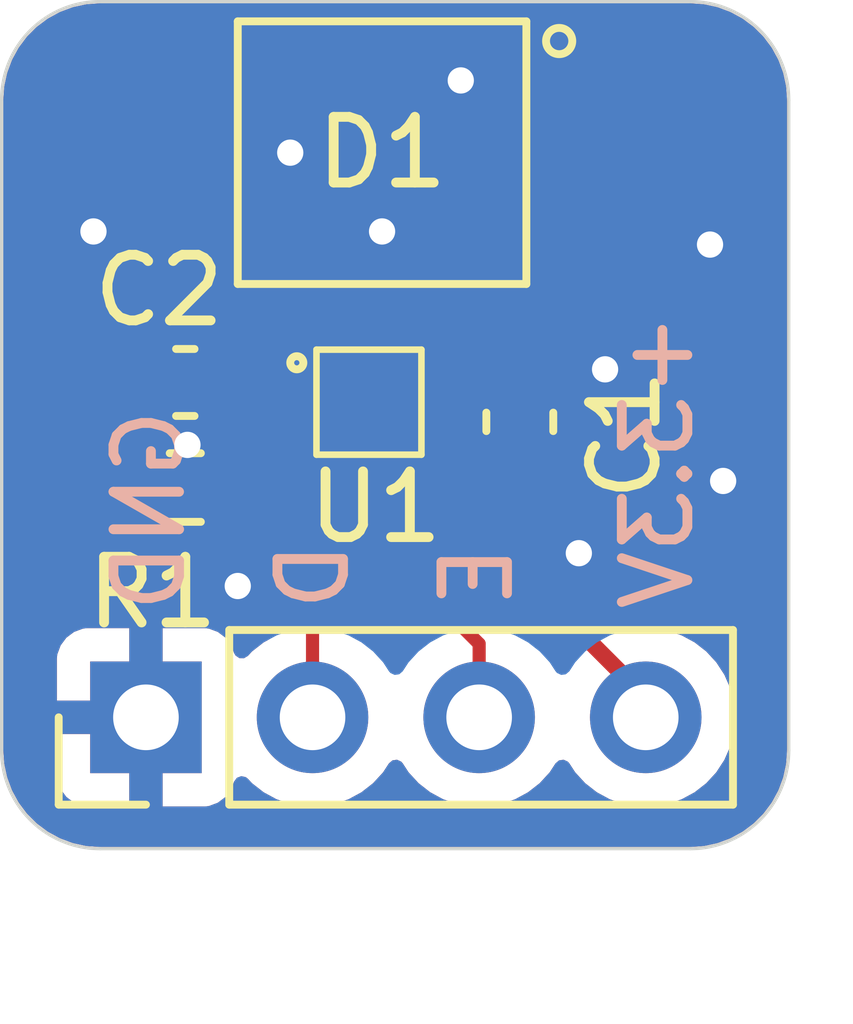
<source format=kicad_pcb>
(kicad_pcb (version 20240108) (generator "pcbnew") (generator_version "8.0")
  (layers (0 "F.Cu" signal) (31 "B.Cu" signal) (34 "B.Paste" user) (35 "F.Paste" user) (36 "B.SilkS" user "B.Silkscreen") (37 "F.SilkS" user "F.Silkscreen") (38 "B.Mask" user) (39 "F.Mask" user) (44 "Edge.Cuts" user))
  (net 0 "")
  (net 1 "GND")
  (net 2 "+3.3V")
  (net 3 "Net-(U1-AVDD)")
  (net 4 "Net-(D1-K)")
  (net 5 "Net-(D1-A)")
  (net 6 "Net-(J1-Pin_3)")
  (net 7 "Net-(J1-Pin_2)")
  (net 8 "Net-(U1-RBIAS)")
  (footprint "Capacitor_SMD:C_0603_1608Metric" (layer "F.Cu") (at 134.9 50.4 90)
    (property "Reference" "C1" (at -0.2 1.6 90) (layer "F.SilkS"))
    (property "Value" "100nF")
    (fp_line (start -0.14058 -0.51) (end 0.14058 -0.51) (stroke (width 0.12)) (layer "F.SilkS"))
    (fp_line (start -0.14058 0.51) (end 0.14058 0.51) (stroke (width 0.12)) (layer "F.SilkS"))
    (pad "1" smd roundrect (at -0.775 0 90) (size 0.9 0.95) (layers "F.Cu" "F.Paste" "F.Mask") (net 2 "+3.3V"))
    (pad "2" smd roundrect (at 0.775 0 90) (size 0.9 0.95) (layers "F.Cu" "F.Paste" "F.Mask") (net 1 "GND"))
  )
  (footprint "TS4231-BOB:BPW34" (layer "F.Cu") (at 132.8 46.3)
    (property "Reference" "D1" (at 0 0 0) (layer "F.SilkS"))
    (property "Value" "BPW34S")
    (fp_line (start -2.2 -2) (end 2.2 -2) (stroke (width 0.12)) (layer "F.SilkS"))
    (fp_line (start -2.2 2) (end -2.2 -2) (stroke (width 0.12)) (layer "F.SilkS"))
    (fp_line (start 2.2 -2) (end 2.2 2) (stroke (width 0.12)) (layer "F.SilkS"))
    (fp_line (start 2.2 2) (end -2.2 2) (stroke (width 0.12)) (layer "F.SilkS"))
    (fp_circle (center 2.7 -1.7) (end 2.9 -1.7) (stroke (width 0.12)) (fill none) (layer "F.SilkS"))
    (pad "1" smd rect (at 3.1 0) (size 1.4 2) (layers "F.Cu" "F.Paste" "F.Mask") (net 4 "Net-(D1-K)"))
    (pad "2" smd rect (at -3 0) (size 1.4 1.2) (layers "F.Cu" "F.Paste" "F.Mask") (net 5 "Net-(D1-A)"))
  )
  (footprint "Connector_PinHeader_2.54mm:PinHeader_1x04_P2.54mm_Vertical" (layer "F.Cu") (at 129.2 54.9 90)
    (property "Reference" "J1" (hide yes))
    (property "Value" "Conn_01x04")
    (fp_line (start -1.33 -1.33) (end 0 -1.33) (stroke (width 0.12)) (layer "F.SilkS"))
    (fp_line (start -1.33 0) (end -1.33 -1.33) (stroke (width 0.12)) (layer "F.SilkS"))
    (fp_line (start 1.33 1.27) (end 1.33 8.95) (stroke (width 0.12)) (layer "F.SilkS"))
    (fp_line (start -1.33 1.27) (end 1.33 1.27) (stroke (width 0.12)) (layer "F.SilkS"))
    (fp_line (start -1.33 1.27) (end -1.33 8.95) (stroke (width 0.12)) (layer "F.SilkS"))
    (fp_line (start -1.33 8.95) (end 1.33 8.95) (stroke (width 0.12)) (layer "F.SilkS"))
    (pad "1" thru_hole rect (at 0 0 90) (size 1.7 1.7) (drill 1) (layers "*.Cu" "*.Mask") (net 1 "GND"))
    (pad "2" thru_hole oval (at 0 2.54 90) (size 1.7 1.7) (drill 1) (layers "*.Cu" "*.Mask") (net 7 "Net-(J1-Pin_2)"))
    (pad "3" thru_hole oval (at 0 5.08 90) (size 1.7 1.7) (drill 1) (layers "*.Cu" "*.Mask") (net 6 "Net-(J1-Pin_3)"))
    (pad "4" thru_hole oval (at 0 7.62 90) (size 1.7 1.7) (drill 1) (layers "*.Cu" "*.Mask") (net 2 "+3.3V"))
  )
  (footprint "Resistor_SMD:R_0603_1608Metric" (layer "F.Cu") (at 129.8 51.4)
    (property "Reference" "R1" (at -0.5 1.6 0) (layer "F.SilkS"))
    (property "Value" "15k")
    (fp_line (start -0.237258 -0.5225) (end 0.237258 -0.5225) (stroke (width 0.12)) (layer "F.SilkS"))
    (fp_line (start -0.237258 0.5225) (end 0.237258 0.5225) (stroke (width 0.12)) (layer "F.SilkS"))
    (pad "1" smd roundrect (at -0.825 0) (size 0.8 0.95) (layers "F.Cu" "F.Paste" "F.Mask") (net 1 "GND"))
    (pad "2" smd roundrect (at 0.825 0) (size 0.8 0.95) (layers "F.Cu" "F.Paste" "F.Mask") (net 8 "Net-(U1-RBIAS)"))
  )
  (footprint "Capacitor_SMD:C_0603_1608Metric" (layer "F.Cu") (at 129.8 49.8 180)
    (property "Reference" "C2" (at 0.4 1.4 0) (layer "F.SilkS"))
    (property "Value" "1uF")
    (fp_line (start -0.14058 0.51) (end 0.14058 0.51) (stroke (width 0.12)) (layer "F.SilkS"))
    (fp_line (start -0.14058 -0.51) (end 0.14058 -0.51) (stroke (width 0.12)) (layer "F.SilkS"))
    (pad "1" smd roundrect (at -0.775 0 180) (size 0.9 0.95) (layers "F.Cu" "F.Paste" "F.Mask") (net 3 "Net-(U1-AVDD)"))
    (pad "2" smd roundrect (at 0.775 0 180) (size 0.9 0.95) (layers "F.Cu" "F.Paste" "F.Mask") (net 1 "GND"))
  )
  (footprint "TS4231-BOB:TS4231" (layer "F.Cu") (at 132.6 50.1)
    (property "Reference" "U1" (at 0.1 1.6 0) (layer "F.SilkS"))
    (property "Value" "TS4231")
    (fp_line (start -0.8 -0.8) (end 0.8 -0.8) (stroke (width 0.1)) (layer "F.SilkS"))
    (fp_line (start -0.8 0.8) (end -0.8 -0.8) (stroke (width 0.1)) (layer "F.SilkS"))
    (fp_line (start 0.8 -0.8) (end 0.8 0.8) (stroke (width 0.1)) (layer "F.SilkS"))
    (fp_line (start 0.8 0.8) (end -0.8 0.8) (stroke (width 0.1)) (layer "F.SilkS"))
    (fp_circle (center -1.1 -0.6) (end -1 -0.6) (stroke (width 0.12)) (fill none) (layer "F.SilkS"))
    (pad "A1" smd circle (at -0.5 -0.5) (size 0.4 0.4) (layers "F.Cu" "F.Paste" "F.Mask") (net 3 "Net-(U1-AVDD)"))
    (pad "A2" smd circle (at 0 -0.5) (size 0.4 0.4) (layers "F.Cu" "F.Paste" "F.Mask") (net 5 "Net-(D1-A)"))
    (pad "A3" smd circle (at 0.5 -0.5) (size 0.4 0.4) (layers "F.Cu" "F.Paste" "F.Mask") (net 4 "Net-(D1-K)"))
    (pad "B1" smd circle (at -0.5 0) (size 0.4 0.4) (layers "F.Cu" "F.Paste" "F.Mask") (net 8 "Net-(U1-RBIAS)"))
    (pad "B2" smd circle (at 0 0) (size 0.4 0.4) (layers "F.Cu" "F.Paste" "F.Mask") (net 1 "GND"))
    (pad "B3" smd circle (at 0.5 0) (size 0.4 0.4) (layers "F.Cu" "F.Paste" "F.Mask") (net 1 "GND"))
    (pad "C1" smd circle (at -0.5 0.5) (size 0.4 0.4) (layers "F.Cu" "F.Paste" "F.Mask") (net 7 "Net-(J1-Pin_2)"))
    (pad "C2" smd circle (at 0 0.5) (size 0.4 0.4) (layers "F.Cu" "F.Paste" "F.Mask") (net 6 "Net-(J1-Pin_3)"))
    (pad "C3" smd circle (at 0.5 0.5) (size 0.4 0.4) (layers "F.Cu" "F.Paste" "F.Mask") (net 2 "+3.3V"))
  )
  (gr_line (start 139 45.5) (end 139 55.4) (stroke (width 0.05)) (layer "Edge.Cuts"))
  (gr_line (start 137.5 56.9) (end 128.5 56.9) (stroke (width 0.05)) (layer "Edge.Cuts"))
  (gr_line (start 127 55.4) (end 127 45.5) (stroke (width 0.05)) (layer "Edge.Cuts"))
  (gr_line (start 128.5 44) (end 137.5 44) (stroke (width 0.05)) (layer "Edge.Cuts"))
  (gr_arc (start 137.5 44) (mid 138.56066 44.43934) (end 139 45.5) (stroke (width 0.05)) (layer "Edge.Cuts"))
  (gr_arc (start 127 45.5) (mid 127.43934 44.43934) (end 128.5 44) (stroke (width 0.05)) (layer "Edge.Cuts"))
  (gr_arc (start 128.5 56.9) (mid 127.43934 56.46066) (end 127 55.4) (stroke (width 0.05)) (layer "Edge.Cuts"))
  (gr_arc (start 139 55.4) (mid 138.56066 56.46066) (end 137.5 56.9) (stroke (width 0.05)) (layer "Edge.Cuts"))
  (gr_text "D" (at 131.75 52.75 90) (layer "B.SilkS") (effects (font (size 1 1)) (justify mirror)))
  (gr_text "+3.3V" (at 137 51 90) (layer "B.SilkS") (effects (font (size 1 1)) (justify mirror)))
  (gr_text "E" (at 134.25 52.75 90) (layer "B.SilkS") (effects (font (size 1 1)) (justify mirror)))
  (gr_text "GND" (at 129.25 51.75 90) (layer "B.SilkS") (effects (font (size 1 1)) (justify mirror)))
  (segment (start 134.425 50.1) (end 134.9 49.625) (width 0.2) (layer "F.Cu") (net 1))
  (segment (start 136.199978 49.6) (end 136.199989 49.600011) (width 0.25) (layer "F.Cu") (net 1))
  (segment (start 134.78 49.6) (end 136.199978 49.6) (width 0.25) (layer "F.Cu") (net 1))
  (segment (start 129.183988 51.4) (end 129.833069 50.750919) (width 0.2) (layer "F.Cu") (net 1))
  (segment (start 132.6 50.1) (end 133.1 50.1) (width 0.2) (layer "F.Cu") (net 1))
  (segment (start 128.975 51.4) (end 129.183988 51.4) (width 0.2) (layer "F.Cu") (net 1))
  (segment (start 128.975 51.4) (end 129.2 51.625) (width 0.25) (layer "F.Cu") (net 1))
  (segment (start 133.1 50.1) (end 134.425 50.1) (width 0.2) (layer "F.Cu") (net 1))
  (segment (start 129.025 49.94285) (end 129.025 49.8) (width 0.2) (layer "F.Cu") (net 1))
  (segment (start 129.2 51.625) (end 129.2 54.9) (width 0.25) (layer "F.Cu") (net 1))
  (segment (start 129.833069 50.750919) (end 129.025 49.94285) (width 0.2) (layer "F.Cu") (net 1))
  (via (at 128.4 47.5) (size 0.8) (drill 0.4) (layers "F.Cu" "B.Cu") (net 1))
  (via (at 130.6 52.9) (size 0.8) (drill 0.4) (layers "F.Cu" "B.Cu") (net 1))
  (via (at 135.8 52.4) (size 0.8) (drill 0.4) (layers "F.Cu" "B.Cu") (net 1))
  (via (at 131.4 46.3) (size 0.8) (drill 0.4) (layers "F.Cu" "B.Cu") (net 1))
  (via (at 137.8 47.7) (size 0.8) (drill 0.4) (layers "F.Cu" "B.Cu") (net 1))
  (via (at 134 45.2) (size 0.8) (drill 0.4) (layers "F.Cu" "B.Cu") (net 1))
  (via (at 136.199989 49.600011) (size 0.8) (drill 0.4) (layers "F.Cu" "B.Cu") (net 1))
  (via (at 132.8 47.5) (size 0.8) (drill 0.4) (layers "F.Cu" "B.Cu") (net 1))
  (via (at 129.833069 50.750919) (size 0.8) (drill 0.4) (layers "F.Cu" "B.Cu") (net 1))
  (via (at 138 51.3) (size 0.8) (drill 0.4) (layers "F.Cu" "B.Cu") (net 1))
  (segment (start 134.9 51.175) (end 134.9 52.68) (width 0.25) (layer "F.Cu") (net 2))
  (segment (start 134.9 52.68) (end 136.82 54.6) (width 0.25) (layer "F.Cu") (net 2))
  (segment (start 134.325 50.6) (end 134.9 51.175) (width 0.2) (layer "F.Cu") (net 2))
  (segment (start 133.1 50.6) (end 134.325 50.6) (width 0.2) (layer "F.Cu") (net 2))
  (segment (start 130.585 49.6) (end 130.5 49.515) (width 0.2) (layer "F.Cu") (net 3))
  (segment (start 132.1 49.6) (end 130.775 49.6) (width 0.2) (layer "F.Cu") (net 3))
  (segment (start 130.775 49.6) (end 130.575 49.8) (width 0.2) (layer "F.Cu") (net 3))
  (segment (start 133.1 48.5) (end 135.3 46.3) (width 0.2) (layer "F.Cu") (net 4))
  (segment (start 133.1 49.6) (end 133.1 48.5) (width 0.2) (layer "F.Cu") (net 4))
  (segment (start 135.3 46.3) (end 135.9 46.3) (width 0.2) (layer "F.Cu") (net 4))
  (segment (start 132.6 49.6) (end 132.6 48.7) (width 0.2) (layer "F.Cu") (net 5))
  (segment (start 130.2 46.3) (end 129.8 46.3) (width 0.2) (layer "F.Cu") (net 5))
  (segment (start 132.6 48.7) (end 130.2 46.3) (width 0.2) (layer "F.Cu") (net 5))
  (segment (start 132.6 50.6) (end 132.6 50.9) (width 0.2) (layer "F.Cu") (net 6))
  (segment (start 132.6 50.9) (end 132.6 52.1) (width 0.2) (layer "F.Cu") (net 6))
  (segment (start 134.28 53.78) (end 134.28 54.6) (width 0.2) (layer "F.Cu") (net 6))
  (segment (start 132.6 52.1) (end 134.28 53.78) (width 0.2) (layer "F.Cu") (net 6))
  (segment (start 131.74 52.5) (end 131.74 54.9) (width 0.2) (layer "F.Cu") (net 7))
  (segment (start 132.1 50.6) (end 132.1 52.14) (width 0.2) (layer "F.Cu") (net 7))
  (segment (start 132.1 52.14) (end 131.74 52.5) (width 0.2) (layer "F.Cu") (net 7))
  (segment (start 131.817158 50.1) (end 130.625 51.292158) (width 0.2) (layer "F.Cu") (net 8))
  (segment (start 130.625 51.292158) (end 130.625 51.4) (width 0.2) (layer "F.Cu") (net 8))
  (segment (start 132.1 50.1) (end 131.817158 50.1) (width 0.2) (layer "F.Cu") (net 8))
  (zone (net 1) (net_name "GND") (layer "F.Cu") (connect_pads (clearance 0.508)) (min_thickness 0.254) (fill yes (thermal_gap 0.508) (thermal_bridge_width 0.508) (smoothing fillet))
    (polygon (pts (xy 139 56.95) (xy 127 56.95) (xy 127 44) (xy 139 44)))
  )
  (zone (net 1) (net_name "GND") (layer "B.Cu") (connect_pads (clearance 0.508)) (min_thickness 0.254) (fill yes (thermal_gap 0.508) (thermal_bridge_width 0.508) (smoothing fillet))
    (polygon (pts (xy 139 56.95) (xy 127 56.95) (xy 127 44) (xy 139 44)))
  )
)
</source>
